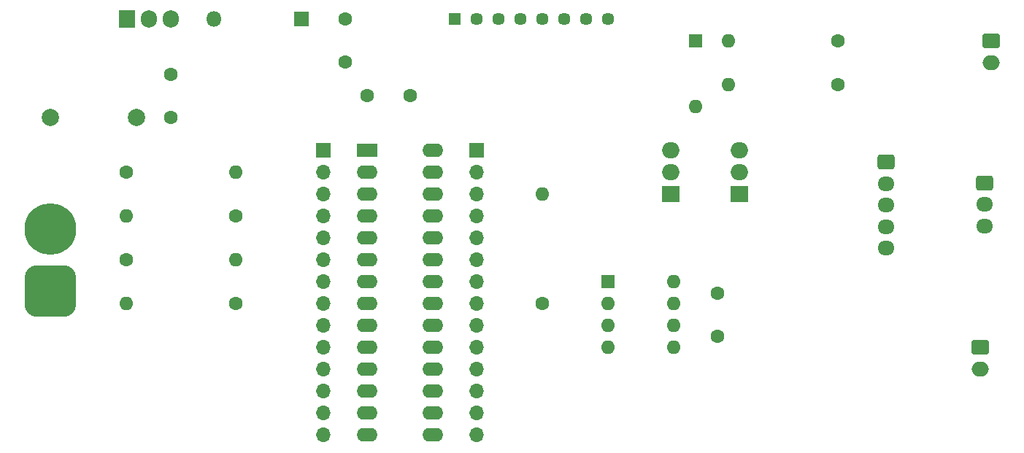
<source format=gbr>
%TF.GenerationSoftware,KiCad,Pcbnew,(6.0.8)*%
%TF.CreationDate,2024-10-31T17:47:46+09:00*%
%TF.ProjectId,MIRS2405_PWM_GD,4d495253-3234-4303-955f-50574d5f4744,rev?*%
%TF.SameCoordinates,Original*%
%TF.FileFunction,Soldermask,Bot*%
%TF.FilePolarity,Negative*%
%FSLAX46Y46*%
G04 Gerber Fmt 4.6, Leading zero omitted, Abs format (unit mm)*
G04 Created by KiCad (PCBNEW (6.0.8)) date 2024-10-31 17:47:46*
%MOMM*%
%LPD*%
G01*
G04 APERTURE LIST*
G04 Aperture macros list*
%AMRoundRect*
0 Rectangle with rounded corners*
0 $1 Rounding radius*
0 $2 $3 $4 $5 $6 $7 $8 $9 X,Y pos of 4 corners*
0 Add a 4 corners polygon primitive as box body*
4,1,4,$2,$3,$4,$5,$6,$7,$8,$9,$2,$3,0*
0 Add four circle primitives for the rounded corners*
1,1,$1+$1,$2,$3*
1,1,$1+$1,$4,$5*
1,1,$1+$1,$6,$7*
1,1,$1+$1,$8,$9*
0 Add four rect primitives between the rounded corners*
20,1,$1+$1,$2,$3,$4,$5,0*
20,1,$1+$1,$4,$5,$6,$7,0*
20,1,$1+$1,$6,$7,$8,$9,0*
20,1,$1+$1,$8,$9,$2,$3,0*%
G04 Aperture macros list end*
%ADD10R,1.700000X1.700000*%
%ADD11O,1.700000X1.700000*%
%ADD12C,1.600000*%
%ADD13O,1.600000X1.600000*%
%ADD14R,1.905000X2.000000*%
%ADD15O,1.905000X2.000000*%
%ADD16R,1.800000X1.800000*%
%ADD17O,1.800000X1.800000*%
%ADD18R,2.000000X1.905000*%
%ADD19O,2.000000X1.905000*%
%ADD20RoundRect,0.250000X-0.725000X0.600000X-0.725000X-0.600000X0.725000X-0.600000X0.725000X0.600000X0*%
%ADD21O,1.950000X1.700000*%
%ADD22C,2.000000*%
%ADD23R,1.600000X1.600000*%
%ADD24RoundRect,0.250000X-0.750000X0.600000X-0.750000X-0.600000X0.750000X-0.600000X0.750000X0.600000X0*%
%ADD25O,2.000000X1.700000*%
%ADD26R,1.450000X1.450000*%
%ADD27C,1.450000*%
%ADD28R,2.400000X1.600000*%
%ADD29O,2.400000X1.600000*%
%ADD30RoundRect,1.500000X1.500000X-1.500000X1.500000X1.500000X-1.500000X1.500000X-1.500000X-1.500000X0*%
%ADD31C,6.000000*%
G04 APERTURE END LIST*
D10*
%TO.C,J5*%
X157480000Y-73660000D03*
D11*
X157480000Y-76200000D03*
X157480000Y-78740000D03*
X157480000Y-81280000D03*
X157480000Y-83820000D03*
X157480000Y-86360000D03*
X157480000Y-88900000D03*
X157480000Y-91440000D03*
X157480000Y-93980000D03*
X157480000Y-96520000D03*
X157480000Y-99060000D03*
X157480000Y-101600000D03*
X157480000Y-104140000D03*
X157480000Y-106680000D03*
%TD*%
D12*
%TO.C,C3*%
X142240000Y-58420000D03*
X142240000Y-63420000D03*
%TD*%
%TO.C,R1*%
X116840000Y-76200000D03*
D13*
X129540000Y-76200000D03*
%TD*%
D14*
%TO.C,U1*%
X116920000Y-58420000D03*
D15*
X119460000Y-58420000D03*
X122000000Y-58420000D03*
%TD*%
D10*
%TO.C,J6*%
X139700000Y-73660000D03*
D11*
X139700000Y-76200000D03*
X139700000Y-78740000D03*
X139700000Y-81280000D03*
X139700000Y-83820000D03*
X139700000Y-86360000D03*
X139700000Y-88900000D03*
X139700000Y-91440000D03*
X139700000Y-93980000D03*
X139700000Y-96520000D03*
X139700000Y-99060000D03*
X139700000Y-101600000D03*
X139700000Y-104140000D03*
X139700000Y-106680000D03*
%TD*%
D12*
%TO.C,R5*%
X199390000Y-60960000D03*
D13*
X186690000Y-60960000D03*
%TD*%
D16*
%TO.C,D1*%
X137160000Y-58420000D03*
D17*
X127000000Y-58420000D03*
%TD*%
D18*
%TO.C,Q1*%
X180015000Y-78740000D03*
D19*
X180015000Y-76200000D03*
X180015000Y-73660000D03*
%TD*%
D20*
%TO.C,J8*%
X204995000Y-75010000D03*
D21*
X204995000Y-77510000D03*
X204995000Y-80010000D03*
X204995000Y-82510000D03*
X204995000Y-85010000D03*
%TD*%
D12*
%TO.C,R2*%
X129540000Y-81280000D03*
D13*
X116840000Y-81280000D03*
%TD*%
D22*
%TO.C,C1*%
X108030000Y-69850000D03*
X118030000Y-69850000D03*
%TD*%
D12*
%TO.C,R3*%
X116840000Y-86360000D03*
D13*
X129540000Y-86360000D03*
%TD*%
D12*
%TO.C,C2*%
X122000000Y-64810000D03*
X122000000Y-69810000D03*
%TD*%
D23*
%TO.C,U4*%
X172720000Y-88900000D03*
D13*
X172720000Y-91440000D03*
X172720000Y-93980000D03*
X172720000Y-96520000D03*
X180340000Y-96520000D03*
X180340000Y-93980000D03*
X180340000Y-91440000D03*
X180340000Y-88900000D03*
%TD*%
D12*
%TO.C,R4*%
X129540000Y-91440000D03*
D13*
X116840000Y-91440000D03*
%TD*%
D12*
%TO.C,C5*%
X185420000Y-90210000D03*
X185420000Y-95210000D03*
%TD*%
%TO.C,C4*%
X144820000Y-67310000D03*
X149820000Y-67310000D03*
%TD*%
D24*
%TO.C,J2*%
X217170000Y-60960000D03*
D25*
X217170000Y-63460000D03*
%TD*%
D24*
%TO.C,J4*%
X215900000Y-96520000D03*
D25*
X215900000Y-99020000D03*
%TD*%
D12*
%TO.C,R6*%
X199390000Y-66040000D03*
D13*
X186690000Y-66040000D03*
%TD*%
D20*
%TO.C,J7*%
X216405000Y-77450000D03*
D21*
X216405000Y-79950000D03*
X216405000Y-82450000D03*
%TD*%
D26*
%TO.C,U3*%
X154940000Y-58420000D03*
D27*
X157480000Y-58420000D03*
X160020000Y-58420000D03*
X162560000Y-58420000D03*
X165100000Y-58420000D03*
X167640000Y-58420000D03*
X170180000Y-58420000D03*
X172720000Y-58420000D03*
%TD*%
D28*
%TO.C,U2*%
X144780000Y-73660000D03*
D29*
X144780000Y-76200000D03*
X144780000Y-78740000D03*
X144780000Y-81280000D03*
X144780000Y-83820000D03*
X144780000Y-86360000D03*
X144780000Y-88900000D03*
X144780000Y-91440000D03*
X144780000Y-93980000D03*
X144780000Y-96520000D03*
X144780000Y-99060000D03*
X144780000Y-101600000D03*
X144780000Y-104140000D03*
X144780000Y-106680000D03*
X152400000Y-106680000D03*
X152400000Y-104140000D03*
X152400000Y-101600000D03*
X152400000Y-99060000D03*
X152400000Y-96520000D03*
X152400000Y-93980000D03*
X152400000Y-91440000D03*
X152400000Y-88900000D03*
X152400000Y-86360000D03*
X152400000Y-83820000D03*
X152400000Y-81280000D03*
X152400000Y-78740000D03*
X152400000Y-76200000D03*
X152400000Y-73660000D03*
%TD*%
D12*
%TO.C,R7*%
X165100000Y-91440000D03*
D13*
X165100000Y-78740000D03*
%TD*%
D18*
%TO.C,Q2*%
X187960000Y-78740000D03*
D19*
X187960000Y-76200000D03*
X187960000Y-73660000D03*
%TD*%
D30*
%TO.C,J1*%
X108030000Y-89960000D03*
D31*
X108030000Y-82760000D03*
%TD*%
D23*
%TO.C,D2*%
X182880000Y-60960000D03*
D13*
X182880000Y-68580000D03*
%TD*%
M02*

</source>
